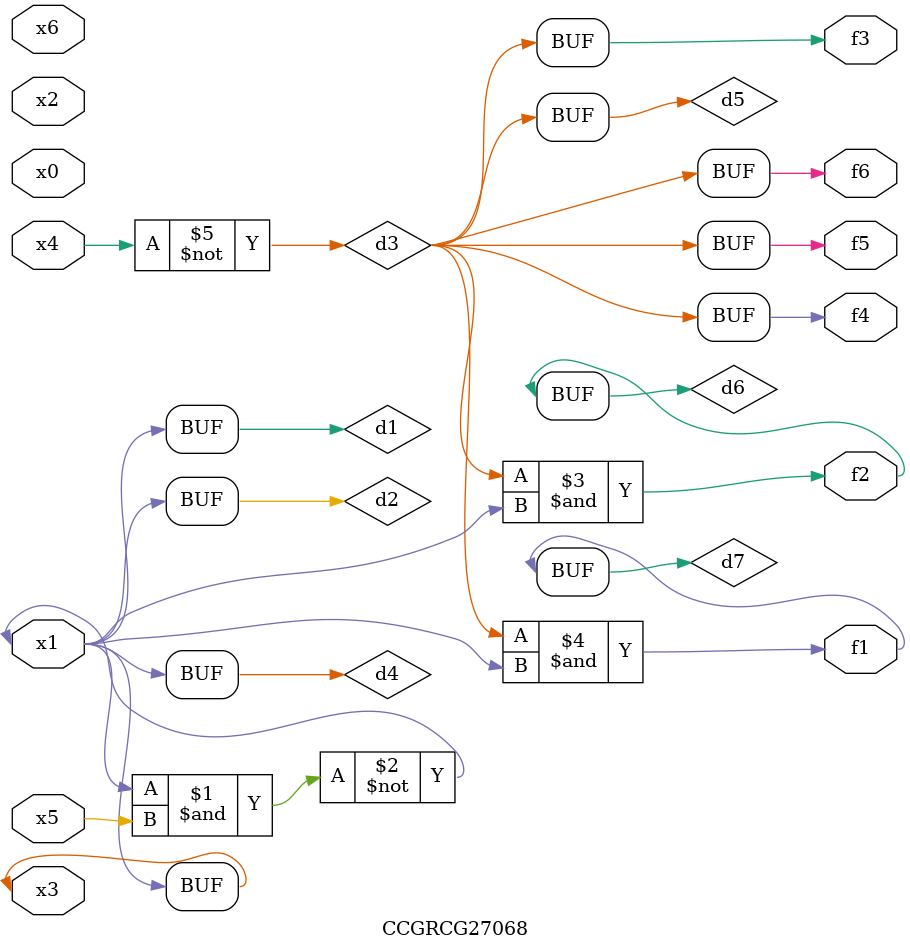
<source format=v>
module CCGRCG27068(
	input x0, x1, x2, x3, x4, x5, x6,
	output f1, f2, f3, f4, f5, f6
);

	wire d1, d2, d3, d4, d5, d6, d7;

	buf (d1, x1, x3);
	nand (d2, x1, x5);
	not (d3, x4);
	buf (d4, d1, d2);
	buf (d5, d3);
	and (d6, d3, d4);
	and (d7, d3, d4);
	assign f1 = d7;
	assign f2 = d6;
	assign f3 = d5;
	assign f4 = d5;
	assign f5 = d5;
	assign f6 = d5;
endmodule

</source>
